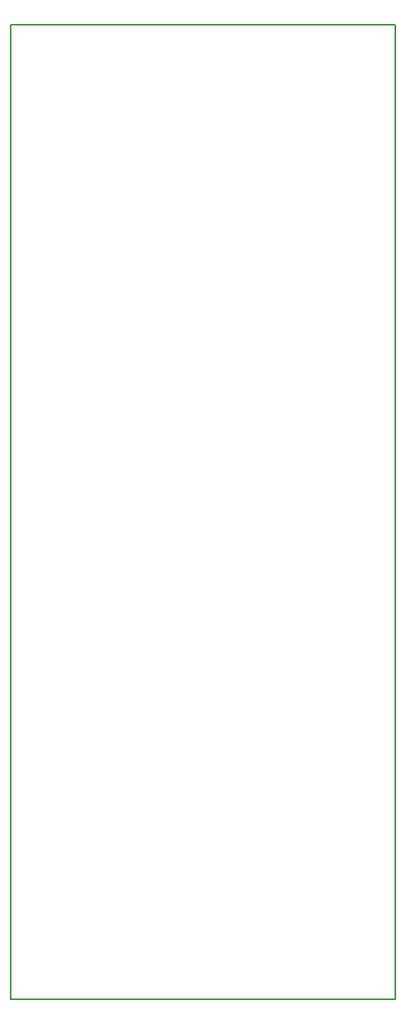
<source format=gbr>
G04 #@! TF.GenerationSoftware,KiCad,Pcbnew,(5.0.0)*
G04 #@! TF.CreationDate,2018-08-12T23:07:36+08:00*
G04 #@! TF.ProjectId,VCA,5643412E6B696361645F706362000000,rev?*
G04 #@! TF.SameCoordinates,PX18392c0PY18392c0*
G04 #@! TF.FileFunction,Profile,NP*
%FSLAX46Y46*%
G04 Gerber Fmt 4.6, Leading zero omitted, Abs format (unit mm)*
G04 Created by KiCad (PCBNEW (5.0.0)) date 08/12/18 23:07:36*
%MOMM*%
%LPD*%
G01*
G04 APERTURE LIST*
%ADD10C,0.150000*%
G04 APERTURE END LIST*
D10*
X121430480Y-127464920D02*
X121430480Y-27464920D01*
X81830480Y-127464920D02*
X121430480Y-127464920D01*
X81830480Y-27464920D02*
X81830480Y-127464920D01*
X121430480Y-27464920D02*
X81830480Y-27464920D01*
M02*

</source>
